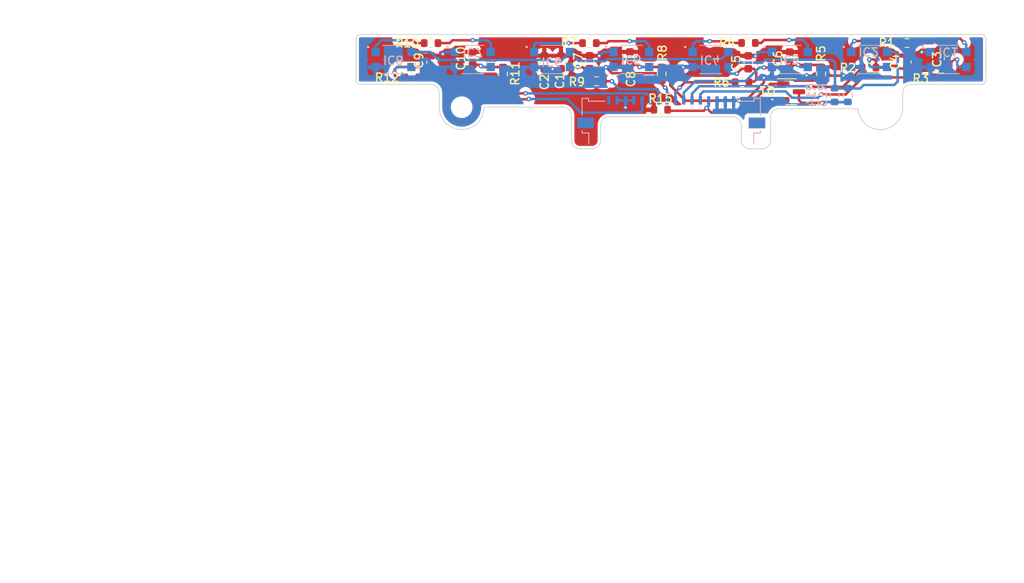
<source format=kicad_pcb>
(kicad_pcb (version 20221018) (generator pcbnew)
  (layers (0 "F.Cu" signal) (31 "B.Cu" signal) (34 "B.Paste" user) (35 "F.Paste" user) (36 "B.SilkS" user "B.Silkscreen") (37 "F.SilkS" user "F.Silkscreen") (38 "B.Mask" user) (39 "F.Mask" user) (44 "Edge.Cuts" user))
  (net 0 "")
  (net 1 "+5V")
  (net 2 "GND")
  (net 3 "Net-(C3-Pad1)")
  (net 4 "Net-(C4-Pad1)")
  (net 5 "Net-(C5-Pad1)")
  (net 6 "Net-(C6-Pad1)")
  (net 7 "Net-(C7-Pad1)")
  (net 8 "Net-(C8-Pad1)")
  (net 9 "Net-(C9-Pad1)")
  (net 10 "Net-(C10-Pad1)")
  (net 11 "Net-(IC1-Pad4)")
  (net 12 "Net-(IC2-Pad1)")
  (net 13 "Net-(IC2-Pad4)")
  (net 14 "Net-(IC3-Pad4)")
  (net 15 "Net-(IC4-Pad1)")
  (net 16 "Net-(IC5-Pad4)")
  (net 17 "Net-(IC6-Pad1)")
  (net 18 "Net-(IC7-Pad4)")
  (net 19 "Net-(IC8-Pad1)")
  (net 20 "Net-(Q1-D)")
  (net 21 "PB0")
  (net 22 "PA1")
  (net 23 "PA0")
  (net 24 "PA7")
  (net 25 "PA6")
  (net 26 "PA5")
  (net 27 "PA4")
  (net 28 "PA3")
  (net 29 "PA2")
  (footprint "Resistor_SMD:R_0603_1608Metric" (layer "F.Cu") (at 139.38 86.75 180)
    (fp_text reference "R6" (at 2.49 0) (layer "F.SilkS") (effects (font (thickness 0.17) bold)))
    (fp_text value "220")
    (pad "1" smd roundrect (at -0.825 0 180) (size 0.8 0.95) (layers "F.Cu" "F.Paste" "F.Mask") (net 5 "Net-(C5-Pad1)"))
    (pad "2" smd roundrect (at 0.825 0 180) (size 0.8 0.95) (layers "F.Cu" "F.Paste" "F.Mask") (net 28 "PA3"))
  )
  (footprint "Capacitor_SMD:C_0603_1608Metric" (layer "F.Cu") (at 125.91 83.875 90)
    (fp_text reference "C8" (at -2.485 0.1 90) (layer "F.SilkS") (effects (font (thickness 0.17) bold)))
    (fp_text value "10n")
    (pad "1" smd roundrect (at -0.775 0 90) (size 0.9 0.95) (layers "F.Cu" "F.Paste" "F.Mask") (net 8 "Net-(C8-Pad1)"))
    (pad "2" smd roundrect (at 0.775 0 90) (size 0.9 0.95) (layers "F.Cu" "F.Paste" "F.Mask") (net 1 "+5V"))
  )
  (footprint "Resistor_SMD:R_0603_1608Metric" (layer "F.Cu") (at 102.015 82.04 180)
    (fp_text reference "R10" (at 2.875 0) (layer "F.SilkS") (effects (font (thickness 0.17) bold)))
    (fp_text value "39")
    (pad "1" smd roundrect (at -0.825 0 180) (size 0.8 0.95) (layers "F.Cu" "F.Paste" "F.Mask") (net 18 "Net-(IC7-Pad4)"))
    (pad "2" smd roundrect (at 0.825 0 180) (size 0.8 0.95) (layers "F.Cu" "F.Paste" "F.Mask") (net 19 "Net-(IC8-Pad1)"))
  )
  (footprint "Resistor_SMD:R_0603_1608Metric" (layer "F.Cu") (at 129.605 90.04)
    (fp_text reference "R15" (at -0.03 -1.34) (layer "F.SilkS") (effects (font (thickness 0.17) bold)))
    (fp_text value "47K")
    (pad "1" smd roundrect (at -0.825 0) (size 0.8 0.95) (layers "F.Cu" "F.Paste" "F.Mask") (net 1 "+5V"))
    (pad "2" smd roundrect (at 0.825 0) (size 0.8 0.95) (layers "F.Cu" "F.Paste" "F.Mask") (net 21 "PB0"))
  )
  (footprint "Resistor_SMD:R_0603_1608Metric" (layer "F.Cu") (at 159.205 82.04 180)
    (fp_text reference "R1" (at 2.435 0.05) (layer "F.SilkS") (effects (font (thickness 0.17) bold)))
    (fp_text value "39")
    (pad "1" smd roundrect (at -0.825 0 180) (size 0.8 0.95) (layers "F.Cu" "F.Paste" "F.Mask") (net 11 "Net-(IC1-Pad4)"))
    (pad "2" smd roundrect (at 0.825 0 180) (size 0.8 0.95) (layers "F.Cu" "F.Paste" "F.Mask") (net 12 "Net-(IC2-Pad1)"))
  )
  (footprint "Resistor_SMD:R_0603_1608Metric" (layer "F.Cu") (at 140.145 82.02 180)
    (fp_text reference "R4" (at 2.565 0) (layer "F.SilkS") (effects (font (thickness 0.17) bold)))
    (fp_text value "39")
    (pad "1" smd roundrect (at -0.825 0 180) (size 0.8 0.95) (layers "F.Cu" "F.Paste" "F.Mask") (net 14 "Net-(IC3-Pad4)"))
    (pad "2" smd roundrect (at 0.825 0 180) (size 0.8 0.95) (layers "F.Cu" "F.Paste" "F.Mask") (net 15 "Net-(IC4-Pad1)"))
  )
  (footprint "Capacitor_SMD:C_0603_1608Metric" (layer "F.Cu") (at 145.11 83.885 90)
    (fp_text reference "C6" (at 0 -1.43 90) (layer "F.SilkS") (effects (font (thickness 0.17) bold)))
    (fp_text value "10n")
    (pad "1" smd roundrect (at -0.775 0 90) (size 0.9 0.95) (layers "F.Cu" "F.Paste" "F.Mask") (net 6 "Net-(C6-Pad1)"))
    (pad "2" smd roundrect (at 0.775 0 90) (size 0.9 0.95) (layers "F.Cu" "F.Paste" "F.Mask") (net 1 "+5V"))
  )
  (footprint "Resistor_SMD:R_0603_1608Metric" (layer "F.Cu") (at 121.035 82.04 180)
    (fp_text reference "R7" (at 2.465 0.14) (layer "F.SilkS") (effects (font (thickness 0.17) bold)))
    (fp_text value "39")
    (pad "1" smd roundrect (at -0.825 0 180) (size 0.8 0.95) (layers "F.Cu" "F.Paste" "F.Mask") (net 16 "Net-(IC5-Pad4)"))
    (pad "2" smd roundrect (at 0.825 0 180) (size 0.8 0.95) (layers "F.Cu" "F.Paste" "F.Mask") (net 17 "Net-(IC6-Pad1)"))
  )
  (footprint "Capacitor_SMD:C_0603_1608Metric" (layer "F.Cu") (at 117.62 84.345 -90)
    (fp_text reference "C1" (at 2.245 0.14 90) (layer "F.SilkS") (effects (font (thickness 0.17) bold)))
    (fp_text value "0.1u")
    (pad "1" smd roundrect (at -0.775 0 270) (size 0.9 0.95) (layers "F.Cu" "F.Paste" "F.Mask") (net 1 "+5V"))
    (pad "2" smd roundrect (at 0.775 0 270) (size 0.9 0.95) (layers "F.Cu" "F.Paste" "F.Mask") (net 2 "GND"))
  )
  (footprint "Resistor_SMD:R_0603_1608Metric" (layer "F.Cu") (at 154.64 84.98 180)
    (fp_text reference "R2" (at 2.56 -0.04) (layer "F.SilkS") (effects (font (thickness 0.17) bold)))
    (fp_text value "220")
    (pad "1" smd roundrect (at -0.825 0 180) (size 0.8 0.95) (layers "F.Cu" "F.Paste" "F.Mask") (net 4 "Net-(C4-Pad1)"))
    (pad "2" smd roundrect (at 0.825 0 180) (size 0.8 0.95) (layers "F.Cu" "F.Paste" "F.Mask") (net 22 "PA1"))
  )
  (footprint "Resistor_SMD:R_0603_1608Metric" (layer "F.Cu") (at 129.72 85.735 -90)
    (fp_text reference "R8" (at -2.525 -0.09 90) (layer "F.SilkS") (effects (font (thickness 0.17) bold)))
    (fp_text value "220")
    (pad "1" smd roundrect (at -0.825 0 270) (size 0.8 0.95) (layers "F.Cu" "F.Paste" "F.Mask") (net 8 "Net-(C8-Pad1)"))
    (pad "2" smd roundrect (at 0.825 0 270) (size 0.8 0.95) (layers "F.Cu" "F.Paste" "F.Mask") (net 27 "PA4"))
  )
  (footprint "Resistor_SMD:R_0603_1608Metric" (layer "F.Cu") (at 99.695 86.17)
    (fp_text reference "R12" (at -2.975 0.01) (layer "F.SilkS") (effects (font (thickness 0.17) bold)))
    (fp_text value "220")
    (pad "1" smd roundrect (at -0.825 0) (size 0.8 0.95) (layers "F.Cu" "F.Paste" "F.Mask") (net 9 "Net-(C9-Pad1)"))
    (pad "2" smd roundrect (at 0.825 0) (size 0.8 0.95) (layers "F.Cu" "F.Paste" "F.Mask") (net 24 "PA7"))
  )
  (footprint "Capacitor_SMD:C_0603_1608Metric" (layer "F.Cu") (at 140.13 84.345 90)
    (fp_text reference "C5" (at -0.105 -1.46 90) (layer "F.SilkS") (effects (font (thickness 0.17) bold)))
    (fp_text value "10n")
    (pad "1" smd roundrect (at -0.775 0 90) (size 0.9 0.95) (layers "F.Cu" "F.Paste" "F.Mask") (net 5 "Net-(C5-Pad1)"))
    (pad "2" smd roundrect (at 0.775 0 90) (size 0.9 0.95) (layers "F.Cu" "F.Paste" "F.Mask") (net 1 "+5V"))
  )
  (footprint "Capacitor_SMD:C_0603_1608Metric" (layer "F.Cu") (at 102.01 84.335 90)
    (fp_text reference "C9" (at 0.195 -1.46 90) (layer "F.SilkS") (effects (font (thickness 0.17) bold)))
    (fp_text value "10n")
    (pad "1" smd roundrect (at -0.775 0 90) (size 0.9 0.95) (layers "F.Cu" "F.Paste" "F.Mask") (net 9 "Net-(C9-Pad1)"))
    (pad "2" smd roundrect (at 0.775 0 90) (size 0.9 0.95) (layers "F.Cu" "F.Paste" "F.Mask") (net 1 "+5V"))
  )
  (footprint "NMOS_new:NMOS_SN" (layer "F.Cu") (at 145.1655 87.802)
    (fp_text reference "Q1" (at -2.7555 -0.058 180 unlocked) (layer "F.SilkS") (effects (font (thickness 0.17) bold)))
    (fp_text value "NMOS")
    (pad "1" smd roundrect (at 1.0495 0.078) (size 1.475 0.6) (layers "F.Cu" "F.Paste" "F.Mask") (net 20 "Net-(Q1-D)"))
    (pad "2" smd roundrect (at -0.8255 -0.872) (size 1.475 0.6) (layers "F.Cu" "F.Paste" "F.Mask") (net 21 "PB0"))
    (pad "3" smd roundrect (at -0.8255 1.028) (size 1.475 0.6) (layers "F.Cu" "F.Paste" "F.Mask") (net 2 "GND"))
  )
  (footprint "Capacitor_SMD:C_0603_1608Metric" (layer "F.Cu") (at 121.07 84.335 90)
    (fp_text reference "C7" (at 0.185 -1.38 90) (layer "F.SilkS") (effects (font (thickness 0.17) bold)))
    (fp_text value "10n")
    (pad "1" smd roundrect (at -0.775 0 90) (size 0.9 0.95) (layers "F.Cu" "F.Paste" "F.Mask") (net 7 "Net-(C7-Pad1)"))
    (pad "2" smd roundrect (at 0.775 0 90) (size 0.9 0.95) (layers "F.Cu" "F.Paste" "F.Mask") (net 1 "+5V"))
  )
  (footprint "Capacitor_SMD:C_0603_1608Metric" (layer "F.Cu") (at 107.02 83.875 90)
    (fp_text reference "C10" (at 0 -1.43 90) (layer "F.SilkS") (effects (font (thickness 0.17) bold)))
    (fp_text value "10n")
    (pad "1" smd roundrect (at -0.775 0 90) (size 0.9 0.95) (layers "F.Cu" "F.Paste" "F.Mask") (net 10 "Net-(C10-Pad1)"))
    (pad "2" smd roundrect (at 0.775 0 90) (size 0.9 0.95) (layers "F.Cu" "F.Paste" "F.Mask") (net 1 "+5V"))
  )
  (footprint "MountingHole:MountingHole_2.1mm" (layer "F.Cu") (at 155.982 89.74)
    (fp_text reference "" (at 0 -3.2) (layer "F.SilkS"))
    (fp_text value "MountingHole_2.1mm")
    (pad "" np_thru_hole circle (at 0 0) (size 2.1 2.1) (drill 2.1) (layers "*.Cu" "*.Mask"))
  )
  (footprint "Resistor_SMD:R_0603_1608Metric" (layer "F.Cu") (at 121.905 86.62)
    (fp_text reference "R9" (at -2.375 0.08) (layer "F.SilkS") (effects (font (thickness 0.17) bold)))
    (fp_text value "220")
    (pad "1" smd roundrect (at -0.825 0) (size 0.8 0.95) (layers "F.Cu" "F.Paste" "F.Mask") (net 7 "Net-(C7-Pad1)"))
    (pad "2" smd roundrect (at 0.825 0) (size 0.8 0.95) (layers "F.Cu" "F.Paste" "F.Mask") (net 26 "PA5"))
  )
  (footprint "MountingHole:MountingHole_2.1mm" (layer "F.Cu") (at 105.69 89.74)
    (fp_text reference "" (at 0 -3.2) (layer "F.SilkS"))
    (fp_text value "MountingHole_2.1mm")
    (pad "" np_thru_hole circle (at 0 0) (size 2.1 2.1) (drill 2.1) (layers "*.Cu" "*.Mask"))
  )
  (footprint "Capacitor_SMD:C_0603_1608Metric" (layer "F.Cu") (at 159.18 84.315 90)
    (fp_text reference "C4" (at 0 -1.43 90) (layer "F.SilkS") (effects (font (thickness 0.17) bold)))
    (fp_text value "10n")
    (pad "1" smd roundrect (at -0.775 0 90) (size 0.9 0.95) (layers "F.Cu" "F.Paste" "F.Mask") (net 4 "Net-(C4-Pad1)"))
    (pad "2" smd roundrect (at 0.775 0 90) (size 0.9 0.95) (layers "F.Cu" "F.Paste" "F.Mask") (net 1 "+5V"))
  )
  (footprint "Capacitor_SMD:C_0603_1608Metric" (layer "F.Cu") (at 164.19 83.885 90)
    (fp_text reference "C3" (at -0.105 -1.38 90) (layer "F.SilkS") (effects (font (thickness 0.17) bold)))
    (fp_text value "10n")
    (pad "1" smd roundrect (at -0.775 0 90) (size 0.9 0.95) (layers "F.Cu" "F.Paste" "F.Mask") (net 3 "Net-(C3-Pad1)"))
    (pad "2" smd roundrect (at 0.775 0 90) (size 0.9 0.95) (layers "F.Cu" "F.Paste" "F.Mask") (net 1 "+5V"))
  )
  (footprint "Resistor_SMD:R_0603_1608Metric" (layer "F.Cu") (at 148.89 85.725 -90)
    (fp_text reference "R5" (at -2.435 0.02 90) (layer "F.SilkS") (effects (font (thickness 0.17) bold)))
    (fp_text value "220")
    (pad "1" smd roundrect (at -0.825 0 270) (size 0.8 0.95) (layers "F.Cu" "F.Paste" "F.Mask") (net 6 "Net-(C6-Pad1)"))
    (pad "2" smd roundrect (at 0.825 0 270) (size 0.8 0.95) (layers "F.Cu" "F.Paste" "F.Mask") (net 29 "PA2"))
  )
  (footprint "Resistor_SMD:R_0603_1608Metric" (layer "F.Cu") (at 163.36 86.16 180)
    (fp_text reference "R3" (at 2.525 -0.13) (layer "F.SilkS") (effects (font (thickness 0.17) bold)))
    (fp_text value "220")
    (pad "1" smd roundrect (at -0.825 0 180) (size 0.8 0.95) (layers "F.Cu" "F.Paste" "F.Mask") (net 3 "Net-(C3-Pad1)"))
    (pad "2" smd roundrect (at 0.825 0 180) (size 0.8 0.95) (layers "F.Cu" "F.Paste" "F.Mask") (net 23 "PA0"))
  )
  (footprint "Resistor_SMD:R_0603_1608Metric" (layer "F.Cu") (at 110.66 85.745 -90)
    (fp_text reference "R11" (at -0.045 -1.45 90) (layer "F.SilkS") (effects (font (thickness 0.17) bold)))
    (fp_text value "220")
    (pad "1" smd roundrect (at -0.825 0 270) (size 0.8 0.95) (layers "F.Cu" "F.Paste" "F.Mask") (net 10 "Net-(C10-Pad1)"))
    (pad "2" smd roundrect (at 0.825 0 270) (size 0.8 0.95) (layers "F.Cu" "F.Paste" "F.Mask") (net 25 "PA6"))
  )
  (footprint "Capacitor_SMD:C_0603_1608Metric" (layer "F.Cu") (at 115.615 84.345 -90)
    (fp_text reference "C2" (at 2.375 -0.025 90) (layer "F.SilkS") (effects (font (thickness 0.17) bold)))
    (fp_text value "1.0u")
    (pad "1" smd roundrect (at -0.775 0 270) (size 0.9 0.95) (layers "F.Cu" "F.Paste" "F.Mask") (net 1 "+5V"))
    (pad "2" smd roundrect (at 0.775 0 270) (size 0.9 0.95) (layers "F.Cu" "F.Paste" "F.Mask") (net 2 "GND"))
  )
  (footprint "Sensor_Optical:KTIR0711S" (layer "B.Cu") (at 135.5985 84.01)
    (fp_text reference "IC4" (at -0.0685 0.03 180 unlocked) (layer "B.SilkS") (effects (font (thickness 0.17) bold) (justify mirror)))
    (fp_text value "~")
    (pad "1" smd rect (at -2.15 -0.9 270) (size 1 1) (layers "B.Cu" "B.Paste" "B.Mask") (net 15 "Net-(IC4-Pad1)"))
    (pad "2" smd rect (at -2.15 0.9 270) (size 1 1) (layers "B.Cu" "B.Paste" "B.Mask") (net 2 "GND"))
    (pad "3" smd rect (at 2.15 0.9 270) (size 1 1) (layers "B.Cu" "B.Paste" "B.Mask") (net 5 "Net-(C5-Pad1)"))
    (pad "4" smd rect (at 2.15 -0.9 270) (size 1 1) (layers "B.Cu" "B.Paste" "B.Mask") (net 13 "Net-(IC2-Pad4)"))
  )
  (footprint "Sensor_Optical:KTIR0711S" (layer "B.Cu") (at 107.0235 84.01)
    (fp_text reference "IC7" (at -0.0235 -0.87 180 unlocked) (layer "B.SilkS") (effects (font (thickness 0.17) bold) (justify mirror)))
    (fp_text value "~")
    (pad "1" smd rect (at -2.15 -0.9 270) (size 1 1) (layers "B.Cu" "B.Paste" "B.Mask") (net 1 "+5V"))
    (pad "2" smd rect (at -2.15 0.9 270) (size 1 1) (layers "B.Cu" "B.Paste" "B.Mask") (net 2 "GND"))
    (pad "3" smd rect (at 2.15 0.9 270) (size 1 1) (layers "B.Cu" "B.Paste" "B.Mask") (net 10 "Net-(C10-Pad1)"))
    (pad "4" smd rect (at 2.15 -0.9 270) (size 1 1) (layers "B.Cu" "B.Paste" "B.Mask") (net 18 "Net-(IC7-Pad4)"))
  )
  (footprint "Sensor_Optical:KTIR0711S" (layer "B.Cu") (at 97.4985 84.01)
    (fp_text reference "IC8" (at -0.0285 0.05 180 unlocked) (layer "B.SilkS") (effects (font (thickness 0.17) bold) (justify mirror)))
    (fp_text value "~")
    (pad "1" smd rect (at -2.15 -0.9 270) (size 1 1) (layers "B.Cu" "B.Paste" "B.Mask") (net 19 "Net-(IC8-Pad1)"))
    (pad "2" smd rect (at -2.15 0.9 270) (size 1 1) (layers "B.Cu" "B.Paste" "B.Mask") (net 2 "GND"))
    (pad "3" smd rect (at 2.15 0.9 270) (size 1 1) (layers "B.Cu" "B.Paste" "B.Mask") (net 9 "Net-(C9-Pad1)"))
    (pad "4" smd rect (at 2.15 -0.9 270) (size 1 1) (layers "B.Cu" "B.Paste" "B.Mask") (net 13 "Net-(IC2-Pad4)"))
  )
  (footprint "Sensor_Optical:KTIR0711S" (layer "B.Cu") (at 145.1235 84.01)
    (fp_text reference "IC3" (at -0.0635 -0.01 180 unlocked) (layer "B.SilkS") (effects (font (thickness 0.17) bold) (justify mirror)))
    (fp_text value "~")
    (pad "1" smd rect (at -2.15 -0.9 270) (size 1 1) (layers "B.Cu" "B.Paste" "B.Mask") (net 1 "+5V"))
    (pad "2" smd rect (at -2.15 0.9 270) (size 1 1) (layers "B.Cu" "B.Paste" "B.Mask") (net 2 "GND"))
    (pad "3" smd rect (at 2.15 0.9 270) (size 1 1) (layers "B.Cu" "B.Paste" "B.Mask") (net 6 "Net-(C6-Pad1)"))
    (pad "4" smd rect (at 2.15 -0.9 270) (size 1 1) (layers "B.Cu" "B.Paste" "B.Mask") (net 14 "Net-(IC3-Pad4)"))
  )
  (footprint "Resistor_SMD:R_0603_1608Metric" (layer "B.Cu") (at 150.5 88.285 -90)
    (fp_text reference "R14" (at -0.015 2.81 90) (layer "B.SilkS") (effects (font (thickness 0.17) bold) (justify mirror)))
    (fp_text value "47")
    (pad "1" smd roundrect (at -0.825 0 270) (size 0.8 0.95) (layers "B.Cu" "B.Paste" "B.Mask") (net 13 "Net-(IC2-Pad4)"))
    (pad "2" smd roundrect (at 0.825 0 270) (size 0.8 0.95) (layers "B.Cu" "B.Paste" "B.Mask") (net 20 "Net-(Q1-D)"))
  )
  (footprint "Connector_FFC-FPC:Molex_200528-0160_1x16-1MP_P1.00mm_Horizontal" (layer "B.Cu") (at 130.87 89.84 180)
    (fp_text reference "Sensor" hide)
    (fp_text value "Conn_01x16")
    (pad "1" smd rect (at -7.5 0.91 180) (size 0.4 1) (layers "B.Cu" "B.Paste" "B.Mask") (net 2 "GND"))
    (pad "2" smd rect (at -6.5 0.91 180) (size 0.4 1) (layers "B.Cu" "B.Paste" "B.Mask") (net 2 "GND"))
    (pad "3" smd rect (at -5.5 0.91 180) (size 0.4 1) (layers "B.Cu" "B.Paste" "B.Mask") (net 2 "GND"))
    (pad "4" smd rect (at -4.5 0.91 180) (size 0.4 1) (layers "B.Cu" "B.Paste" "B.Mask") (net 21 "PB0"))
    (pad "5" smd rect (at -3.5 0.91 180) (size 0.4 1) (layers "B.Cu" "B.Paste" "B.Mask") (net 23 "PA0"))
    (pad "6" smd rect (at -2.5 0.91 180) (size 0.4 1) (layers "B.Cu" "B.Paste" "B.Mask") (net 22 "PA1"))
    (pad "7" smd rect (at -1.5 0.91 180) (size 0.4 1) (layers "B.Cu" "B.Paste" "B.Mask") (net 29 "PA2"))
    (pad "8" smd rect (at -0.5 0.91 180) (size 0.4 1) (layers "B.Cu" "B.Paste" "B.Mask") (net 28 "PA3"))
    (pad "9" smd rect (at 0.5 0.91 180) (size 0.4 1) (layers "B.Cu" "B.Paste" "B.Mask") (net 27 "PA4"))
    (pad "10" smd rect (at 1.5 0.91 180) (size 0.4 1) (layers "B.Cu" "B.Paste" "B.Mask") (net 26 "PA5"))
    (pad "11" smd rect (at 2.5 0.91 180) (size 0.4 1) (layers "B.Cu" "B.Paste" "B.Mask") (net 25 "PA6"))
    (pad "12" smd rect (at 3.5 0.91 180) (size 0.4 1) (layers "B.Cu" "B.Paste" "B.Mask") (net 24 "PA7"))
    (pad "13" smd rect (at 4.5 0.91 180) (size 0.4 1) (layers "B.Cu" "B.Paste" "B.Mask") (net 1 "+5V"))
    (pad "14" smd rect (at 5.5 0.91 180) (size 0.4 1) (layers "B.Cu" "B.Paste" "B.Mask") (net 1 "+5V"))
    (pad "15" smd rect (at 6.5 0.91 180) (size 0.4 1) (layers "B.Cu" "B.Paste" "B.Mask") (net 1 "+5V"))
    (pad "16" smd rect (at 7.5 0.91 180) (size 0.4 1) (layers "B.Cu" "B.Paste" "B.Mask"))
    (pad "MP" smd rect (at -10.3 -1.79 180) (size 2 1.3) (layers "B.Cu" "B.Paste" "B.Mask"))
    (pad "MP" smd rect (at 10.3 -1.79 180) (size 2 1.3) (layers "B.Cu" "B.Paste" "B.Mask"))
  )
  (footprint "Sensor_Optical:KTIR0711S" (layer "B.Cu") (at 154.6485 84.01)
    (fp_text reference "IC2" (at -0.0685 -0.95 180 unlocked) (layer "B.SilkS") (effects (font (thickness 0.17) bold) (justify mirror)))
    (fp_text value "~")
    (pad "1" smd rect (at -2.15 -0.9 270) (size 1 1) (layers "B.Cu" "B.Paste" "B.Mask") (net 12 "Net-(IC2-Pad1)"))
    (pad "2" smd rect (at -2.15 0.9 270) (size 1 1) (layers "B.Cu" "B.Paste" "B.Mask") (net 2 "GND"))
    (pad "3" smd rect (at 2.15 0.9 270) (size 1 1) (layers "B.Cu" "B.Paste" "B.Mask") (net 4 "Net-(C4-Pad1)"))
    (pad "4" smd rect (at 2.15 -0.9 270) (size 1 1) (layers "B.Cu" "B.Paste" "B.Mask") (net 13 "Net-(IC2-Pad4)"))
  )
  (footprint "Sensor_Optical:KTIR0711S" (layer "B.Cu") (at 164.1735 84.01)
    (fp_text reference "IC1" (at 0.0165 -0.92 180 unlocked) (layer "B.SilkS") (effects (font (thickness 0.17) bold) (justify mirror)))
    (fp_text value "~")
    (pad "1" smd rect (at -2.15 -0.9 270) (size 1 1) (layers "B.Cu" "B.Paste" "B.Mask") (net 1 "+5V"))
    (pad "2" smd rect (at -2.15 0.9 270) (size 1 1) (layers "B.Cu" "B.Paste" "B.Mask") (net 2 "GND"))
    (pad "3" smd rect (at 2.15 0.9 270) (size 1 1) (layers "B.Cu" "B.Paste" "B.Mask") (net 3 "Net-(C3-Pad1)"))
    (pad "4" smd rect (at 2.15 -0.9 270) (size 1 1) (layers "B.Cu" "B.Paste" "B.Mask") (net 11 "Net-(IC1-Pad4)"))
  )
  (footprint "Sensor_Optical:KTIR0711S" (layer "B.Cu") (at 116.5485 84.01)
    (fp_text reference "IC6" (at -0.0485 0.25 180 unlocked) (layer "B.SilkS") (effects (font (thickness 0.17) bold) (justify mirror)))
    (fp_text value "~")
    (pad "1" smd rect (at -2.15 -0.9 270) (size 1 1) (layers "B.Cu" "B.Paste" "B.Mask") (net 17 "Net-(IC6-Pad1)"))
    (pad "2" smd rect (at -2.15 0.9 270) (size 1 1) (layers "B.Cu" "B.Paste" "B.Mask") (net 2 "GND"))
    (pad "3" smd rect (at 2.15 0.9 270) (size 1 1) (layers "B.Cu" "B.Paste" "B.Mask") (net 7 "Net-(C7-Pad1)"))
    (pad "4" smd rect (at 2.15 -0.9 270) (size 1 1) (layers "B.Cu" "B.Paste" "B.Mask") (net 13 "Net-(IC2-Pad4)"))
  )
  (footprint "Sensor_Optical:KTIR0711S" (layer "B.Cu") (at 126.0735 84.01)
    (fp_text reference "IC5" (at -0.0235 -0.01 180 unlocked) (layer "B.SilkS") (effects (font (thickness 0.17) bold) (justify mirror)))
    (fp_text value "~")
    (pad "1" smd rect (at -2.15 -0.9 270) (size 1 1) (layers "B.Cu" "B.Paste" "B.Mask") (net 1 "+5V"))
    (pad "2" smd rect (at -2.15 0.9 270) (size 1 1) (layers "B.Cu" "B.Paste" "B.Mask") (net 2 "GND"))
    (pad "3" smd rect (at 2.15 0.9 270) (size 1 1) (layers "B.Cu" "B.Paste" "B.Mask") (net 8 "Net-(C8-Pad1)"))
    (pad "4" smd rect (at 2.15 -0.9 270) (size 1 1) (layers "B.Cu" "B.Paste" "B.Mask") (net 16 "Net-(IC5-Pad4)"))
  )
  (footprint "Resistor_SMD:R_0603_1608Metric" (layer "B.Cu") (at 152.09 88.275 -90)
    (fp_text reference "R13" (at 0.005 3.02 90) (layer "B.SilkS") (effects (font (thickness 0.17) bold) (justify mirror)))
    (fp_text value "47")
    (pad "1" smd roundrect (at -0.825 0 270) (size 0.8 0.95) (layers "B.Cu" "B.Paste" "B.Mask") (net 13 "Net-(IC2-Pad4)"))
    (pad "2" smd roundrect (at 0.825 0 270) (size 0.8 0.95) (layers "B.Cu" "B.Paste" "B.Mask") (net 20 "Net-(Q1-D)"))
  )
  (gr_line (start 119.88 94.74) (end 121.38 94.74) (stroke (width 0.1)) (layer "Edge.Cuts"))
  (gr_line (start 153.2925 89.92) (end 143.79 89.92) (stroke (width 0.1)) (layer "Edge.Cuts"))
  (gr_line (start 139.29 93.74) (end 139.29 91.89) (stroke (width 0.1)) (layer "Edge.Cuts"))
  (gr_line (start 168.6715 84) (end 168.67 81.5) (stroke (width 0.1)) (layer "Edge.Cuts"))
  (gr_arc (start 119.88 94.74) (mid 119.172893 94.447107) (end 118.88 93.74) (stroke (width 0.1)) (layer "Edge.Cuts"))
  (gr_line (start 108.38 89.74) (end 117.88 89.74) (stroke (width 0.1)) (layer "Edge.Cuts"))
  (gr_line (start 142.779996 90.927107) (end 142.79 93.74) (stroke (width 0.1)) (layer "Edge.Cuts"))
  (gr_line (start 93.5 87) (end 102 87) (stroke (width 0.1)) (layer "Edge.Cuts"))
  (gr_arc (start 138.29 90.89) (mid 138.997107 91.182893) (end 139.29 91.89) (stroke (width 0.1)) (layer "Edge.Cuts"))
  (gr_line (start 168.6715 84) (end 168.67 86.5) (stroke (width 0.1)) (layer "Edge.Cuts"))
  (gr_arc (start 108.38 89.74) (mid 105.69 92.43) (end 103 89.74) (stroke (width 0.1)) (layer "Edge.Cuts"))
  (gr_arc (start 122.38 91.89) (mid 122.672893 91.182893) (end 123.38 90.89) (stroke (width 0.1)) (layer "Edge.Cuts"))
  (gr_line (start 103 88) (end 103 89.74) (stroke (width 0.1)) (layer "Edge.Cuts"))
  (gr_arc (start 140.29 94.74) (mid 139.582893 94.447107) (end 139.29 93.74) (stroke (width 0.1)) (layer "Edge.Cuts"))
  (gr_line (start 93.5 81) (end 168.17 81) (stroke (width 0.1)) (layer "Edge.Cuts"))
  (gr_line (start 168.17 87) (end 159.68 87) (stroke (width 0.1)) (layer "Edge.Cuts"))
  (gr_arc (start 168.67 86.5) (mid 168.523553 86.853553) (end 168.17 87) (stroke (width 0.1)) (layer "Edge.Cuts"))
  (gr_arc (start 142.79 93.74) (mid 142.497107 94.447107) (end 141.79 94.74) (stroke (width 0.1)) (layer "Edge.Cuts"))
  (gr_arc (start 168.17 81) (mid 168.523553 81.146447) (end 168.67 81.5) (stroke (width 0.1)) (layer "Edge.Cuts"))
  (gr_line (start 138.29 90.89) (end 123.38 90.89) (stroke (width 0.1)) (layer "Edge.Cuts"))
  (gr_line (start 118.88 90.74) (end 118.88 93.74) (stroke (width 0.1)) (layer "Edge.Cuts"))
  (gr_line (start 93 81.5) (end 93 86.5) (stroke (width 0.1)) (layer "Edge.Cuts"))
  (gr_arc (start 158.68 88) (mid 158.972893 87.292893) (end 159.68 87) (stroke (width 0.1)) (layer "Edge.Cuts"))
  (gr_line (start 141.79 94.74) (end 140.29 94.74) (stroke (width 0.1)) (layer "Edge.Cuts"))
  (gr_arc (start 93 81.5) (mid 93.146447 81.146447) (end 93.5 81) (stroke (width 0.1)) (layer "Edge.Cuts"))
  (gr_arc (start 122.38 93.74) (mid 122.087107 94.447107) (end 121.38 94.74) (stroke (width 0.1)) (layer "Edge.Cuts"))
  (gr_arc (start 117.88 89.74) (mid 118.587107 90.032893) (end 118.88 90.74) (stroke (width 0.1)) (layer "Edge.Cuts"))
  (gr_arc (start 158.677516 89.74) (mid 156.07205 92.434011) (end 153.292501 89.92) (stroke (width 0.1)) (layer "Edge.Cuts"))
  (gr_arc (start 102 87) (mid 102.707107 87.292893) (end 103 88) (stroke (width 0.1)) (layer "Edge.Cuts"))
  (gr_arc (start 142.779996 90.927107) (mid 143.075996 90.21395) (end 143.79 89.92) (stroke (width 0.1)) (layer "Edge.Cuts"))
  (gr_line (start 158.68 88) (end 158.6715 89.74) (stroke (width 0.1)) (layer "Edge.Cuts"))
  (gr_line (start 122.38 93.74) (end 122.38 91.89) (stroke (width 0.1)) (layer "Edge.Cuts"))
  (gr_arc (start 93.5 87) (mid 93.146447 86.853553) (end 93 86.5) (stroke (width 0.1)) (layer "Edge.Cuts"))
  (segment (start 140.13 83.57) (end 140.96 83.57) (width 0.3) (layer "F.Cu") (net 1))
  (segment (start 128.765 90.17) (end 125.7745 90.17) (width 0.3) (layer "F.Cu") (net 1))
  (segment (start 164.19 83.11) (end 160.97 83.11) (width 0.3) (layer "F.Cu") (net 1))
  (segment (start 103.67 83.1) (end 103.415 83.355) (width 0.3) (layer "F.Cu") (net 1))
  (segment (start 159.18 83.54) (end 160.54 83.54) (width 0.3) (layer "F.Cu") (net 1))
  (segment (start 122.69 83.1) (end 122.22 83.57) (width 0.3) (layer "F.Cu") (net 1))
  (segment (start 121.07 83.56) (end 122.21 83.56) (width 0.3) (layer "F.Cu") (net 1))
  (segment (start 107.02 83.1) (end 103.67 83.1) (width 0.3) (layer "F.Cu") (net 1))
  (segment (start 103.415 83.355) (end 103.21 83.56) (width 0.3) (layer "F.Cu") (net 1))
  (segment (start 122.21 83.56) (end 122.22 83.57) (width 0.3) (layer "F.Cu") (net 1))
  (segment (start 145.11 83.11) (end 141.48 83.11) (width 0.3) (layer "F.Cu") (net 1))
  (segment (start 103.21 83.56) (end 102.01 83.56) (width 0.3) (layer "F.Cu") (net 1))
  (segment (start 125.7745 90.17) (end 125.37 89.7655) (width 0.3) (layer "F.Cu") (net 1))
  (segment (start 141.48 83.11) (end 140.99 83.6) (width 0.3) (layer "F.Cu") (net 1))
  (segment (start 125.91 83.1) (end 122.69 83.1) (width 0.3) (layer "F.Cu") (net 1))
  (segment (start 140.96 83.57) (end 140.99 83.6) (width 0.3) (layer "F.Cu") (net 1))
  (segment (start 160.54 83.54) (end 160.97 83.11) (width 0.3) (layer "F.Cu") (net 1))
  (via (at 125.37 89.7655) (size 0.55) (drill 0.25) (layers "F.Cu" "B.Cu") (net 1))
  (via (at 103.415 83.355) (size 0.55) (drill 0.25) (layers "F.Cu" "B.Cu") (net 1))
  (via (at 140.99 83.6) (size 0.55) (drill 0.25) (layers "F.Cu" "B.Cu") (net 1))
  (via (at 160.97 83.11) (size 0.55) (drill 0.25) (layers "F.Cu" "B.Cu") (net 1))
  (via (at 122.22 83.57) (size 0.55) (drill 0.25) (layers "F.Cu" "B.Cu") (net 1))
  (segment (start 103.66 83.11) (end 104.8735 83.11) (width 0.3) (layer "B.Cu") (net 1))
  (segment (start 125.37 88.93) (end 126.37 88.93) (width 0.3) (layer "B.Cu") (net 1))
  (segment (start 125.37 89.7655) (end 125.37 88.93) (width 0.3) (layer "B.Cu") (net 1))
  (segment (start 142.9735 83.11) (end 141.48 83.11) (width 0.3) (layer "B.Cu") (net 1))
  (segment (start 160.97 83.11) (end 162.0235 83.11) (width 0.3) (layer "B.Cu") (net 1))
  (segment (start 124.37 88.93) (end 125.37 88.93) (width 0.3) (layer "B.Cu") (net 1))
  (segment (start 122.68 83.11) (end 122.22 83.57) (width 0.3) (layer "B.Cu") (net 1))
  (segment (start 141.48 83.11) (end 140.99 83.6) (width 0.3) (layer "B.Cu") (net 1))
  (segment (start 123.9235 83.11) (end 122.68 83.11) (width 0.3) (layer "B.Cu") (net 1))
  (segment (start 103.415 83.355) (end 103.66 83.11) (width 0.3) (layer "B.Cu") (net 1))
  (segment (start 147.1445 85.95) (end 147.81 85.95) (width 0.3) (layer "F.Cu") (net 2))
  (segment (start 150.01 85.95) (end 151.55 85.95) (width 0.3) (layer "F.Cu") (net 2))
  (segment (start 143.02 88.82) (end 143.03 88.83) (width 0.3) (layer "F.Cu") (net 2))
  (segment (start 143.03 88.83) (end 144.34 88.83) (width 0.3) (layer "F.Cu") (net 2))
  (segment (start 142 86.77) (end 139.81 88.96) (width 0.3) (layer "F.Cu") (net 2))
  (segment (start 131.58 85.66) (end 132.3 84.94) (width 0.3) (layer "F.Cu") (net 2))
  (segment (start 123.02 84.93) (end 123.75 85.66) (width 0.3) (layer "F.Cu") (net 2))
  (segment (start 147.81 85.95) (end 148.05 85.71) (width 0.3) (layer "F.Cu") (net 2))
  (segment (start 115.615 85.12) (end 116.57 85.12) (width 0.3) (layer "F.Cu") (net 2))
  (segment (start 123.75 85.66) (end 130.75 85.66) (width 0.3) (layer "F.Cu") (net 2))
  (segment (start 130.75 85.66) (end 131.58 85.66) (width 0.3) (layer "F.Cu") (net 2))
  (segment (start 139.81 88.96) (end 139.07 88.96) (width 0.3) (layer "F.Cu") (net 2))
  (segment (start 148.05 85.71) (end 149.77 85.71) (width 0.3) (layer "F.Cu") (net 2))
  (segment (start 116.65 85.12) (end 117.62 85.12) (width 0.3) (layer "F.Cu") (net 2))
  (segment (start 116.61 85.16) (end 116.65 85.12) (width 0.3) (layer "F.Cu") (net 2))
  (segment (start 130.75 87.113884) (end 130.75 85.66) (width 0.3) (layer "F.Cu") (net 2))
  (segment (start 147.12 85.9255) (end 147.1445 85.95) (width 0.3) (layer "F.Cu") (net 2))
  (segment (start 149.77 85.71) (end 150.01 85.95) (width 0.3) (layer "F.Cu") (net 2))
  (segment (start 142 86.21) (end 142 86.77) (width 0.3) (layer "F.Cu") (net 2))
  (segment (start 132.596116 88.96) (end 130.75 87.113884) (width 0.3) (layer "F.Cu") (net 2))
  (segment (start 116.57 85.12) (end 116.61 85.16) (width 0.3) (layer "F.Cu") (net 2))
  (segment (start 139.07 88.96) (end 132.596116 88.96) (width 0.3) (layer "F.Cu") (net 2))
  (via (at 142 86.21) (size 0.55) (drill 0.25) (layers "F.Cu" "B.Cu") (net 2))
  (via (at 151.57 85.95) (size 0.55) (drill 0.25) (layers "F.Cu" "B.Cu") (net 2))
  (via (at 147.12 85.9255) (size 0.55) (drill 0.25) (layers "F.Cu" "B.Cu") (net 2))
  (via (at 139.07 88.96) (size 0.55) (drill 0.25) (layers "F.Cu" "B.Cu") (net 2))
  (via (at 123.02 84.93) (size 0.55) (drill 0.25) (layers "F.Cu" "B.Cu") (net 2))
  (via (at 132.3 84.94) (size 0.55) (drill 0.25) (layers "F.Cu" "B.Cu") (net 2))
  (via (at 143.02 88.82) (size 0.55) (drill 0.25) (layers "F.Cu" "B.Cu") (net 2))
  (via (at 116.61 85.16) (size 0.55) (drill 0.25) (layers "F.Cu" "B.Cu") (net 2))
  (segment (start 136.37 88.93) (end 137.37 88.93) (width 0.3) (layer "B.Cu") (net 2))
  (segment (start 142.9735 84.91) (end 142.9735 85.1565) (width 0.3) (layer "B.Cu") (net 2))
  (segment (start 151.57 85.95) (end 151.56 85.94) (width 0.3) (layer "B.Cu") (net 2))
  (segment (start 142.05 88.82) (end 141.85 88.62) (width 0.3) (layer "B.Cu") (net 2))
  (segment (start 144.65 85.95) (end 143.61 84.91) (width 0.3) (layer "B.Cu") (net 2))
  (segment (start 152.4985 84.91) (end 152.4985 85.5015) (width 0.3) (layer "B.Cu") (net 2))
  (segment (start 123.02 84.93) (end 123 84.91) (width 0.3) (layer "B.Cu") (net 2))
  (segment (start 139.92 88.96) (end 139.07 88.96) (width 0.3) (layer "B.Cu") (net 2))
  (segment (start 143.61 84.91) (end 142.9735 84.91) (width 0.3) (layer "B.Cu") (net 2))
  (segment (start 123.9235 84.91) (end 123.04 84.91) (width 0.3) (layer "B.Cu") (net 2))
  (segment (start 133.4485 84.91) (end 132.33 84.91) (width 0.3) (layer "B.Cu") (net 2))
  (segment (start 147.0955 85.95) (end 144.65 85.95) (width 0.3) (layer "B.Cu") (net 2))
  (segment (start 142 86.21) (end 142.42 86.21) (width 0.3) (layer "B.Cu") (net 2))
  (segment (start 142.42 86.21) (end 142.9735 85.6565) (width 0.3) (layer "B.Cu") (net 2))
  (segment (start 140.26 88.62) (end 139.92 88.96) (width 0.3) (layer "B.Cu") (net 2))
  (segment (start 123.04 84.91) (end 123.02 84.93) (width 0.3) (layer "B.Cu") (net 2))
  (segment (start 143.02 88.82) (end 142.05 88.82) (width 0.3) (layer "B.Cu") (net 2))
  (segment (start 152.06 85.94) (end 151.57 85.95) (width 0.3) (layer "B.Cu") (net 2))
  (segment (start 152.2 85.8) (end 152.06 85.94) (width 0.3) (layer "B.Cu") (net 2))
  (segment (start 138.37 88.93) (end 139.04 88.93) (width 0.3) (layer "B.Cu") (net 2))
  (segment (start 152.4985 85.5015) (end 152.2 85.8) (width 0.3) (layer "B.Cu") (net 2))
  (segment (start 138.37 88.93) (end 137.37 88.93) (width 0.3) (layer "B.Cu") (net 2))
  (segment (start 132.3 84.94) (end 132.27 84.91) (width 0.3) (layer "B.Cu") (net 2))
  (segment (start 141.85 88.62) (end 140.26 88.62) (width 0.3) (layer "B.Cu") (net 2))
  (segment (start 132.33 84.91) (end 132.3 84.94) (width 0.3) (layer "B.Cu") (net 2))
  (segment (start 142.9735 85.6565) (end 142.9735 84.91) (width 0.3) (layer "B.Cu") (net 2))
  (segment (start 147.12 85.9255) (end 147.0955 85.95) (width 0.3) (layer "B.Cu") (net 2))
  (segment (start 139.04 88.93) (end 139.07 88.96) (width 0.3) (layer "B.Cu") (net 2))
  (segment (start 164.84 84.01) (end 164.19 84.66) (width 0.3) (layer "F.Cu") (net 3))
  (segment (start 164.185 86.16) (end 164.185 84.665) (width 0.3) (layer "F.Cu") (net 3))
  (segment (start 164.185 84.665) (end 164.19 84.66) (width 0.3) (layer "F.Cu") (net 3))
  (segment (start 165.23 84.01) (end 164.84 84.01) (width 0.3) (layer "F.Cu") (net 3))
  (via (at 165.23 84.01) (size 0.55) (drill 0.25) (layers "F.Cu" "B.Cu") (net 3))
  (segment (start 165.23 84.69) (end 165.45 84.91) (width 0.3) (layer "B.Cu") (net 3))
  (segment (start 165.45 84.91) (end 166.3235 84.91) (width 0.3) (layer "B.Cu") (net 3))
  (segment (start 165.23 84.01) (end 165.23 84.69) (width 0.3) (layer "B.Cu") (net 3))
  (segment (start 156.53 84.77) (end 156.32 84.98) (width 0.3) (layer "F.Cu") (net 4))
  (segment (start 154.67 84) (end 155.27 84) (width 0.3) (layer "F.Cu") (net 4))
  (segment (start 157.79 84.77) (end 156.53 84.77) (width 0.3) (layer "F.Cu") (net 4))
  (segment (start 159.18 85.09) (end 158.11 85.09) (width 0.3) (layer "F.Cu") (net 4))
  (segment (start 155.465 84.195) (end 155.465 84.98) (width 0.3) (layer "F.Cu") (net 4))
  (segment (start 155.27 84) (end 155.465 84.195) (width 0.3) (layer "F.Cu") (net 4))
  (segment (start 156.32 84.98) (end 155.465 84.98) (width 0.3) (layer "F.Cu") (net 4))
  (segment (start 158.11 85.09) (end 157.79 84.77) (width 0.3) (layer "F.Cu") (net 4))
  (via (at 154.67 84) (size 0.55) (drill 0.25) (layers "F.Cu" "B.Cu") (net 4))
  (segment (start 154.84 84.91) (end 156.7985 84.91) (width 0.3) (layer "B.Cu") (net 4))
  (segment (start 154.67 84) (end 154.67 84.74) (width 0.3) (layer "B.Cu") (net 4))
  (segment (start 154.67 84.74) (end 154.84 84.91) (width 0.3) (layer "B.Cu") (net 4))
  (segment (start 139.3405 85.12) (end 140.13 85.12) (width 0.3) (layer "F.Cu") (net 5))
  (segment (start 141.09 86.4) (end 141.09 85.41) (width 0.3) (layer "F.Cu") (net 5))
  (segment (start 140.21 86.66) (end 140.83 86.66) (width 0.3) (layer "F.Cu") (net 5))
  (segment (start 138.75 85.7105) (end 139.3405 85.12) (width 0.3) (layer "F.Cu") (net 5))
  (segment (start 140.8 85.12) (end 140.13 85.12) (width 0.3) (layer "F.Cu") (net 5))
  (segment (start 141.09 85.41) (end 140.8 85.12) (width 0.3) (layer "F.Cu") (net 5))
  (segment (start 140.83 86.66) (end 141.09 86.4) (width 0.3) (layer "F.Cu") (net 5))
  (via (at 138.75 85.7105) (size 0.55) (drill 0.25) (layers "F.Cu" "B.Cu") (net 5))
  (segment (start 137.7485 85.4785) (end 137.7485 84.91) (width 0.3) (layer "B.Cu") (net 5))
  (segment (start 137.9805 85.7105) (end 137.7485 85.4785) (width 0.3) (layer "B.Cu") (net 5))
  (segment (start 138.75 85.7105) (end 137.9805 85.7105) (width 0.3) (layer "B.Cu") (net 5))
  (segment (start 145.11 84.66) (end 146.14 84.66) (width 0.3) (layer "F.Cu") (net 6))
  (segment (start 146.14 84.66) (end 148.65 84.66) (width 0.3) (layer "F.Cu") (net 6))
  (segment (start 148.65 84.66) (end 148.89 84.9) (width 0.3) (layer "F.Cu") (net 6))
  (via (at 146.14 84.66) (size 0.55) (drill 0.25) (layers "F.Cu" "B.Cu") (net 6))
  (segment (start 146.14 84.66) (end 146.39 84.91) (width 0.3) (layer "B.Cu") (net 6))
  (segment (start 146.39 84.91) (end 147.2735 84.91) (width 0.3) (layer "B.Cu") (net 6))
  (segment (start 121.08 85.12) (end 121.07 85.11) (width 0.3) (layer "F.Cu") (net 7))
  (segment (start 120.19 84.91) (end 120.39 85.11) (width 0.3) (layer "F.Cu") (net 7))
  (segment (start 121.08 86.62) (end 121.08 85.12) (width 0.3) (layer "F.Cu") (net 7))
  (segment (start 120.39 85.11) (end 121.07 85.11) (width 0.3) (layer "F.Cu") (net 7))
  (segment (start 119.65 84.91) (end 120.19 84.91) (width 0.3) (layer "F.Cu") (net 7))
  (via (at 119.65 84.91) (size 0.55) (drill 0.25) (layers "F.Cu" "B.Cu") (net 7))
  (segment (start 119.65 84.91) (end 118.6985 84.91) (width 0.3) (layer "B.Cu") (net 7))
  (segment (start 126.81 84.65) (end 127.07 84.91) (width 0.3) (layer "F.Cu") (net 8))
  (segment (start 129.72 84.91) (end 127.07 84.91) (width 0.3) (layer "F.Cu") (net 8))
  (segment (start 125.91 84.65) (end 126.81 84.65) (width 0.3) (layer "F.Cu") (net 8))
  (via (at 127.07 84.91) (size 0.55) (drill 0.25) (layers "F.Cu" "B.Cu") (net 8))
  (segment (start 128.2235 84.91) (end 127.07 84.91) (width 0.3) (layer "B.Cu") (net 8))
  (segment (start 97.635 85.925) (end 97.88 86.17) (width 0.3) (layer "F.Cu") (net 9))
  (segment (start 101.81 84.91) (end 97.95 84.91) (width 0.3) (layer "F.Cu") (net 9))
  (segment (start 97.635 85.59) (end 97.635 85.925) (width 0.3) (layer "F.Cu") (net 9))
  (segment (start 97.635 85.225) (end 97.635 85.59) (width 0.3) (layer "F.Cu") (net 9))
  (segment (start 97.88 86.17) (end 98.87 86.17) (width 0.3) (layer "F.Cu") (net 9))
  (segment (start 97.95 84.91) (end 97.635 85.225) (width 0.3) (layer "F.Cu") (net 9))
  (via (at 97.635 85.59) (size 0.55) (drill 0.25) (layers "F.Cu" "B.Cu") (net 9))
  (segment (start 97.635 85.59) (end 97.635 85.225) (width 0.3) (layer "B.Cu") (net 9))
  (segment (start 97.95 84.91) (end 99.6485 84.91) (width 0.3) (layer "B.Cu") (net 9))
  (segment (start 97.635 85.225) (end 97.95 84.91) (width 0.3) (layer "B.Cu") (net 9))
  (segment (start 108 84.79) (end 107.86 84.65) (width 0.3) (layer "F.Cu") (net 10))
  (segment (start 107.86 84.65) (end 107.02 84.65) (width 0.3) (layer "F.Cu") (net 10))
  (segment (start 108.13 84.92) (end 110.66 84.92) (width 0.3) (layer "F.Cu") (net 10))
  (segment (start 108 84.79) (end 108.13 84.92) (width 0.3) (layer "F.Cu") (net 10))
  (via (at 108 84.79) (size 0.55) (drill 0.25) (layers "F.Cu" "B.Cu") (net 10))
  (segment (start 108.12 84.91) (end 109.1735 84.91) (width 0.3) (layer "B.Cu") (net 10))
  (segment (start 108 84.79) (end 108.12 84.91) (width 0.3) (layer "B.Cu") (net 10))
  (segment (start 162.8 81.5) (end 162.26 82.04) (width 0.3) (layer "F.Cu") (net 11))
  (segment (start 166.07 81.97) (end 165.6 81.5) (width 0.3) (layer "F.Cu") (net 11))
  (segment (start 162.26 82.04) (end 160.03 82.04) (width 0.3) (layer "F.Cu") (net 11))
  (segment (start 165.6 81.5) (end 162.8 81.5) (width 0.3) (layer "F.Cu") (net 11))
  (via (at 166.07 81.97) (size 0.55) (drill 0.25) (layers "F.Cu" "B.Cu") (net 11))
  (segment (start 166.07 81.97) (end 166.3235 82.2235) (width 0.3) (layer "B.Cu") (net 11))
  (segment (start 166.3235 82.2235) (end 166.3235 83.11) (width 0.3) (layer "B.Cu") (net 11))
  (segment (start 152.88 81.79) (end 157.17 81.79) (width 0.3) (layer "F.Cu") (net 12))
  (segment (start 157.17 81.79) (end 157.42 82.04) (width 0.3) (layer "F.Cu") (net 12))
  (segment (start 157.42 82.04) (end 158.38 82.04) (width 0.3) (layer "F.Cu") (net 12))
  (via (at 152.88 81.79) (size 0.55) (drill 0.25) (layers "F.Cu" "B.Cu") (net 12))
  (segment (start 152.4985 82.1715) (end 152.4985 83.11) (width 0.3) (layer "B.Cu") (net 12))
  (segment (start 152.88 81.79) (end 152.4985 82.1715) (width 0.3) (layer "B.Cu") (net 12))
  (segment (start 136.8985 83.96) (end 137.7485 83.11) (width 0.3) (layer "B.Cu") (net 13))
  (segment (start 156.7985 83.11) (end 157.73 83.11) (width 0.3) (layer "B.Cu") (net 13))
  (segment (start 103.02 84.06) (end 116.19 84.06) (width 0.3) (layer "B.Cu") (net 13))
  (segment (start 122.9385 84.195) (end 123.1735 83.96) (width 0.3) (layer "B.Cu") (net 13))
  (segment (start 139.0285 84.39) (end 141.7935 84.39) (width 0.3) (layer "B.Cu") (net 13))
  (segment (start 158.08 83.46) (end 158.08 86.65) (width 0.3) (layer "B.Cu") (net 13))
  (segment (start 150.54 84.41) (end 150.54 87.49) (width 0.3) (layer "B.Cu") (net 13))
  (segment (start 137.7485 83.11) (end 139.0285 84.39) (width 0.3) (layer "B.Cu") (net 13))
  (segment (start 99.6485 83.11) (end 101.93 83.11) (width 0.3) (layer "B.Cu") (net 13))
  (segment (start 157.73 83.11) (end 158.08 83.46) (width 0.3) (layer "B.Cu") (net 13))
  (segment (start 153.99 87.07) (end 153.57 87.49) (width 0.3) (layer "B.Cu") (net 13))
  (segment (start 101.93 83.11) (end 102.95 84.13) (width 0.3) (layer "B.Cu") (net 13))
  (segment (start 142.1485 84.035) (end 150.165 84.035) (width 0.3) (layer "B.Cu") (net 13))
  (segment (start 158.08 86.65) (end 157.66 87.07) (width 0.3) (layer "B.Cu") (net 13))
  (segment (start 157.66 87.07) (end 153.99 87.07) (width 0.3) (layer "B.Cu") (net 13))
  (segment (start 123.1735 83.96) (end 136.8985 83.96) (width 0.3) (layer "B.Cu") (net 13))
  (segment (start 119.7835 84.195) (end 122.9385 84.195) (width 0.3) (layer "B.Cu") (net 13))
  (segment (start 118.6985 83.11) (end 119.7835 84.195) (width 0.3) (layer "B.Cu") (net 13))
  (segment (start 116.4 84.27) (end 117.5385 84.27) (width 0.3) (layer "B.Cu") (net 13))
  (segment (start 141.7935 84.39) (end 142.1485 84.035) (width 0.3) (layer "B.Cu") (net 13))
  (segment (start 117.5385 84.27) (end 118.6985 83.11) (width 0.3) (layer "B.Cu") (net 13))
  (segment (start 153.57 87.49) (end 152.1 87.49) (width 0.3) (layer "B.Cu") (net 13))
  (segment (start 150.54 87.49) (end 152.1 87.49) (width 0.3) (layer "B.Cu") (net 13))
  (segment (start 102.95 84.13) (end 103.02 84.06) (width 0.3) (layer "B.Cu") (net 13))
  (segment (start 116.19 84.06) (end 116.4 84.27) (width 0.3) (layer "B.Cu") (net 13))
  (segment (start 150.165 84.035) (end 150.54 84.41) (width 0.3) (layer "B.Cu") (net 13))
  (segment (start 142.03 81.67) (end 141.68 82.02) (width 0.3) (layer "F.Cu") (net 14))
  (segment (start 145.01 81.67) (end 142.03 81.67) (width 0.3) (layer "F.Cu") (net 14))
  (segment (start 141.68 82.02) (end 140.97 82.02) (width 0.3) (layer "F.Cu") (net 14))
  (via (at 145.01 81.67) (size 0.55) (drill 0.25) (layers "F.Cu" "B.Cu") (net 14))
  (segment (start 145.01 81.67) (end 146.68 81.67) (width 0.3) (layer "B.Cu") (net 14))
  (segment (start 146.68 81.67) (end 147.2735 82.2635) (width 0.3) (layer "B.Cu") (net 14))
  (segment (start 147.2735 82.2635) (end 147.2735 83.11) (width 0.3) (layer "B.Cu") (net 14))
  (segment (start 135.5 81.82) (end 137.28 81.82) (width 0.3) (layer "F.Cu") (net 15))
  (segment (start 137.48 82.02) (end 139.32 82.02) (width 0.3) (layer "F.Cu") (net 15))
  (segment (start 137.28 81.82) (end 137.48 82.02) (width 0.3) (layer "F.Cu") (net 15))
  (via (at 135.5 81.82) (size 0.55) (drill 0.25) (layers "F.Cu" "B.Cu") (net 15))
  (segment (start 133.4485 83.11) (end 133.4485 82.2215) (width 0.3) (layer "B.Cu") (net 15))
  (segment (start 133.4485 82.2215) (end 133.85 81.82) (width 0.3) (layer "B.Cu") (net 15))
  (segment (start 133.85 81.82) (end 135.5 81.82) (width 0.3) (layer "B.Cu") (net 15))
  (segment (start 123.11 82.04) (end 121.86 82.04) (width 0.3) (layer "F.Cu") (net 16))
  (segment (start 123.34 81.81) (end 123.11 82.04) (width 0.3) (layer "F.Cu") (net 16))
  (segment (start 125.8745 81.81) (end 123.34 81.81) (width 0.3) (layer "F.Cu") (net 16))
  (via (at 125.8745 81.81) (size 0.55) (drill 0.25) (layers "F.Cu" "B.Cu") (net 16))
  (segment (start 127.72 81.81) (end 128.2235 82.3135) (width 0.3) (layer "B.Cu") (net 16))
  (segment (start 125.8745 81.81) (end 127.72 81.81) (width 0.3) (layer "B.Cu") (net 16))
  (segment (start 128.2235 82.3135) (end 128.2235 83.11) (width 0.3) (layer "B.Cu") (net 16))
  (segment (start 118.52 82.04) (end 120.21 82.04) (width 0.3) (layer "F.Cu") (net 17))
  (via (at 118.52 82.04) (size 0.55) (drill 0.25) (layers "F.Cu" "B.Cu") (net 17))
  (segment (start 114.58 82.04) (end 114.3985 82.2215) (width 0.3) (layer "B.Cu") (net 17))
  (segment (start 114.3985 82.2215) (end 114.3985 83.11) (width 0.3) (layer "B.Cu") (net 17))
  (segment (start 118.52 82.04) (end 114.58 82.04) (width 0.3) (layer "B.Cu") (net 17))
  (segment (start 104.59 81.7) (end 104.25 82.04) (width 0.3) (layer "F.Cu") (net 18))
  (segment (start 107 81.69) (end 106.99 81.7) (width 0.3) (layer "F.Cu") (net 18))
  (segment (start 104.25 82.04) (end 102.84 82.04) (width 0.3) (layer "F.Cu") (net 18))
  (segment (start 106.99 81.7) (end 104.59 81.7) (width 0.3) (layer "F.Cu") (net 18))
  (via (at 107 81.69) (size 0.55) (drill 0.25) (layers "F.Cu" "B.Cu") (net 18))
  (segment (start 107 81.69) (end 107.02 81.71) (width 0.3) (layer "B.Cu") (net 18))
  (segment (start 109.1735 82.0935) (end 109.1735 83.11) (width 0.3) (layer "B.Cu") (net 18))
  (segment (start 107.02 81.71) (end 108.79 81.71) (width 0.3) (layer "B.Cu") (net 18))
  (segment (start 108.79 81.71) (end 109.1735 82.0935) (width 0.3) (layer "B.Cu") (net 18))
  (segment (start 98.12 81.7) (end 99.83 81.7) (width 0.3) (layer "F.Cu") (net 19))
  (segment (start 100.17 82.04) (end 101.19 82.04) (width 0.3) (layer "F.Cu") (net 19))
  (segment (start 99.83 81.7) (end 100.17 82.04) (width 0.3) (layer "F.Cu") (net 19))
  (via (at 98.12 81.7) (size 0.55) (drill 0.25) (layers "F.Cu" "B.Cu") (net 19))
  (segment (start 95.3485 82.3815) (end 95.3485 83.11) (width 0.3) (layer "B.Cu") (net 19))
  (segment (start 96.03 81.7) (end 95.3485 82.3815) (width 0.3) (layer "B.Cu") (net 19))
  (segment (start 98.12 81.7) (end 96.03 81.7) (width 0.3) (layer "B.Cu") (net 19))
  (segment (start 146.53 89.22) (end 146.215 88.905) (width 0.3) (layer "F.Cu") (net 20))
  (segment (start 149.04 89.22) (end 146.53 89.22) (width 0.3) (layer "F.Cu") (net 20))
  (segment (start 146.215 88.905) (end 146.215 87.88) (width 0.3) (layer "F.Cu") (net 20))
  (via (at 149.04 89.22) (size 0.55) (drill 0.25) (layers "F.Cu" "B.Cu") (net 20))
  (segment (start 149.04 89.22) (end 149.14 89.12) (width 0.3) (layer "B.Cu") (net 20))
  (segment (start 150.54 89.14) (end 152.1 89.14) (width 0.3) (layer "B.Cu") (net 20))
  (segment (start 149.14 89.12) (end 150.52 89.12) (width 0.3) (layer "B.Cu") (net 20))
  (segment (start 142.79 86.93) (end 144.34 86.93) (width 0.3) (layer "F.Cu") (net 21))
  (segment (start 135.11725 89.83725) (end 134.7845 90.17) (width 0.3) (layer "F.Cu") (net 21))
  (segment (start 135.11725 89.83725) (end 135.67 90.39) (width 0.3) (layer "F.Cu") (net 21))
  (segment (start 135.67 90.39) (end 139.33 90.39) (width 0.3) (layer "F.Cu") (net 21))
  (segment (start 139.33 90.39) (end 142.79 86.93) (width 0.3) (layer "F.Cu") (net 21))
  (segment (start 134.7845 90.17) (end 130.415 90.17) (width 0.3) (layer "F.Cu") (net 21))
  (via (at 135.11725 89.83725) (size 0.55) (drill 0.25) (layers "F.Cu" "B.Cu") (net 21))
  (segment (start 135.37 89.5845) (end 135.37 88.93) (width 0.3) (layer "B.Cu") (net 21))
  (segment (start 135.11725 89.83725) (end 135.37 89.5845) (width 0.3) (layer "B.Cu") (net 21))
  (segment (start 151.495 87.3) (end 153.815 84.98) (width 0.3) (layer "F.Cu") (net 22))
  (segment (start 147.7095 87.3) (end 151.495 87.3) (width 0.3) (layer "F.Cu") (net 22))
  (segment (start 147.63 87.2205) (end 147.7095 87.3) (width 0.3) (layer "F.Cu") (net 22))
  (via (at 147.63 87.2205) (size 0.55) (drill 0.25) (layers "F.Cu" "B.Cu") (net 22))
  (segment (start 133.37 88.1) (end 133.37 88.93) (width 0.3) (layer "B.Cu") (net 22))
  (segment (start 144.547107 87.274) (end 143.226893 87.274) (width 0.3) (layer "B.Cu") (net 22))
  (segment (start 147.63 87.2205) (end 144.600607 87.2205) (width 0.3) (layer "B.Cu") (net 22))
  (segment (start 143.226893 87.274) (end 143.172893 87.22) (width 0.3) (layer "B.Cu") (net 22))
  (segment (start 134.25 87.22) (end 133.37 88.1) (width 0.3) (layer "B.Cu") (net 22))
  (segment (start 143.172893 87.22) (end 134.25 87.22) (width 0.3) (layer "B.Cu") (net 22))
  (segment (start 144.600607 87.2205) (end 144.547107 87.274) (width 0.3) (layer "B.Cu") (net 22))
  (segment (start 148.9 88.21) (end 151.82 88.21) (width 0.3) (layer "F.Cu") (net 23))
  (segment (start 153.87 86.16) (end 162.58 86.16) (width 0.3) (layer "F.Cu") (net 23))
  (segment (start 151.82 88.21) (end 153.87 86.16) (width 0.3) (layer "F.Cu") (net 23))
  (via (at 148.9 88.21) (size 0.55) (drill 0.25) (layers "F.Cu" "B.Cu") (net 23))
  (segment (start 134.725 87.845) (end 134.37 88.2) (width 0.3) (layer "B.Cu") (net 23))
  (segment (start 134.37 88.2) (end 134.37 88.93) (width 0.3) (layer "B.Cu") (net 23))
  (segment (start 144.625 87.845) (end 134.725 87.845) (width 0.3) (layer "B.Cu") (net 23))
  (segment (start 148.9 88.21) (end 148.5 88.61) (width 0.3) (layer "B.Cu") (net 23))
  (segment (start 148.5 88.61) (end 145.39 88.61) (width 0.3) (layer "B.Cu") (net 23))
  (segment (start 145.39 88.61) (end 144.625 87.845) (width 0.3) (layer "B.Cu") (net 23))
  (segment (start 113.7255 88.79) (end 109.03 88.79) (width 0.3) (layer "F.Cu") (net 24))
  (segment (start 107.33 87.09) (end 103.214987 87.09) (width 0.3) (layer "F.Cu") (net 24))
  (segment (start 103.214987 87.09) (end 102.294987 86.17) (width 0.3) (layer "F.Cu") (net 24))
  (segment (start 113.7555 88.76) (end 113.7255 88.79) (width 0.3) (layer "F.Cu") (net 24))
  (segment (start 102.294987 86.17) (end 100.52 86.17) (width 0.3) (layer "F.Cu") (net 24))
  (segment (start 109.03 88.79) (end 107.33 87.09) (width 0.3) (layer "F.Cu") (net 24))
  (via (at 113.7555 88.76) (size 0.55) (drill 0.25) (layers "F.Cu" "B.Cu") (net 24))
  (segment (start 127.37 90.1) (end 127.37 88.93) (width 0.3) (layer "B.Cu") (net 24))
  (segment (start 118.37 88.76) (end 120 90.39) (width 0.3) (layer "B.Cu") (net 24))
  (segment (start 120 90.39) (end 127.08 90.39) (width 0.3) (layer "B.Cu") (net 24))
  (segment (start 127.08 90.39) (end 127.37 90.1) (width 0.3) (layer "B.Cu") (net 24))
  (segment (start 113.7555 88.76) (end 118.37 88.76) (width 0.3) (layer "B.Cu") (net 24))
  (segment (start 110.66 87.84) (end 110.66 86.57) (width 0.3) (layer "F.Cu") (net 25))
  (segment (start 110.9 88.08) (end 110.66 87.84) (width 0.3) (layer "F.Cu") (net 25))
  (segment (start 113.36 88.08) (end 110.9 88.08) (width 0.3) (layer "F.Cu") (net 25))
  (via (at 113.36 88.08) (size 0.55) (drill 0.25) (layers "F.Cu" "B.Cu") (net 25))
  (segment (start 127.92 88.08) (end 128.37 88.53) (width 0.3) (layer "B.Cu") (net 25))
  (segment (start 113.36 88.08) (end 127.92 88.08) (width 0.3) (layer "B.Cu") (net 25))
  (segment (start 128.37 88.53) (end 128.37 88.93) (width 0.3) (layer "B.Cu") (net 25))
  (segment (start 122.73 86.62) (end 123.73 86.62) (width 0.3) (layer "F.Cu") (net 26))
  (via (at 123.73 86.62) (size 0.55) (drill 0.25) (layers "F.Cu" "B.Cu") (net 26))
  (segment (start 129.05 87.58) (end 129.37 87.9) (width 0.3) (layer "B.Cu") (net 26))
  (segment (start 124.69 87.58) (end 129.05 87.58) (width 0.3) (layer "B.Cu") (net 26))
  (segment (start 123.73 86.62) (end 124.69 87.58) (width 0.3) (layer "B.Cu") (net 26))
  (segment (start 129.37 87.9) (end 129.37 88.93) (width 0.3) (layer "B.Cu") (net 26))
  (segment (start 130.131469 87.378531) (end 129.72 86.967062) (width 0.3) (layer "F.Cu") (net 27))
  (segment (start 129.72 86.967062) (end 129.72 86.56) (width 0.3) (layer "F.Cu") (net 27))
  (via (at 130.131469 87.378531) (size 0.55) (drill 0.25) (layers "F.Cu" "B.Cu") (net 27))
  (segment (start 130.37 87.617062) (end 130.37 88.93) (width 0.3) (layer "B.Cu") (net 27))
  (segment (start 130.131469 87.378531) (end 130.37 87.617062) (width 0.3) (layer "B.Cu") (net 27))
  (segment (start 131.895 87.375) (end 132.52 86.75) (width 0.3) (layer "F.Cu") (net 28))
  (segment (start 132.52 86.75) (end 138.555 86.75) (width 0.3) (layer "F.Cu") (net 28))
  (via (at 131.895 87.375) (size 0.55) (drill 0.25) (layers "F.Cu" "B.Cu") (net 28))
  (segment (start 131.895 87.375) (end 131.37 87.9) (width 0.3) (layer "B.Cu") (net 28))
  (segment (start 131.37 87.9) (end 131.37 88.93) (width 0.3) (layer "B.Cu") (net 28))
  (segment (start 145.711827 86.55) (end 148.89 86.55) (width 0.3) (layer "F.Cu") (net 29))
  (segment (start 144.141827 84.98) (end 145.711827 86.55) (width 0.3) (layer "F.Cu") (net 29))
  (segment (start 141.999279 84.98) (end 144.141827 84.98) (width 0.3) (layer "F.Cu") (net 29))
  (segment (start 141.999 84.979721) (end 141.999279 84.98) (width 0.3) (layer "F.Cu") (net 29))
  (via (at 141.999 84.979721) (size 0.55) (drill 0.25) (layers "F.Cu" "B.Cu") (net 29))
  (segment (start 133.77 86.6) (end 132.37 88) (width 0.3) (layer "B.Cu") (net 29))
  (segment (start 139.82 86.6) (end 133.77 86.6) (width 0.3) (layer "B.Cu") (net 29))
  (segment (start 141.440279 84.979721) (end 139.82 86.6) (width 0.3) (layer "B.Cu") (net 29))
  (segment (start 132.37 88) (end 132.37 88.93) (width 0.3) (layer "B.Cu") (net 29))
  (segment (start 141.999 84.979721) (end 141.440279 84.979721) (width 0.3) (layer "B.Cu") (net 29))
  (zone (net 1) (net_name "+5V") (layer "F.Cu") (priority 1) (connect_pads (clearance 0.5)) (min_thickness 0.25) (fill yes (thermal_gap 0.5) (thermal_bridge_width 0.5))
    (polygon (pts (xy 91.03 78.35) (xy 170.86 78.14) (xy 170.67 96.98) (xy 90.25 97.21)))
  )
  (zone (net 2) (net_name "GND") (layer "B.Cu") (connect_pads (clearance 0.5)) (min_thickness 0.25) (fill yes (thermal_gap 0.5) (thermal_bridge_width 0.5))
    (polygon (pts (xy 169.99 78.49) (xy 91.08 78.44) (xy 90.84 96.67) (xy 170.09 96.43)))
  )
)
</source>
